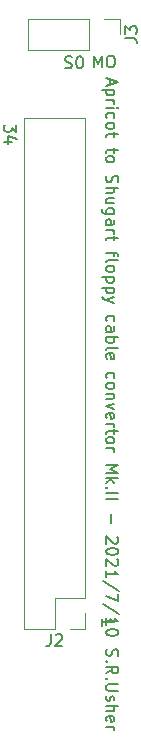
<source format=gbr>
%TF.GenerationSoftware,KiCad,Pcbnew,(5.1.7)-1*%
%TF.CreationDate,2021-07-10T10:13:49+01:00*%
%TF.ProjectId,Apricot-Floppy-Converter,41707269-636f-4742-9d46-6c6f7070792d,rev?*%
%TF.SameCoordinates,Original*%
%TF.FileFunction,Legend,Top*%
%TF.FilePolarity,Positive*%
%FSLAX46Y46*%
G04 Gerber Fmt 4.6, Leading zero omitted, Abs format (unit mm)*
G04 Created by KiCad (PCBNEW (5.1.7)-1) date 2021-07-10 10:13:49*
%MOMM*%
%LPD*%
G01*
G04 APERTURE LIST*
%ADD10C,0.150000*%
%ADD11C,0.120000*%
G04 APERTURE END LIST*
D10*
X141954357Y-81986380D02*
X141954357Y-80986380D01*
X142287690Y-81700666D01*
X142621023Y-80986380D01*
X142621023Y-81986380D01*
X143287690Y-80986380D02*
X143478166Y-80986380D01*
X143573404Y-81034000D01*
X143668642Y-81129238D01*
X143716261Y-81319714D01*
X143716261Y-81653047D01*
X143668642Y-81843523D01*
X143573404Y-81938761D01*
X143478166Y-81986380D01*
X143287690Y-81986380D01*
X143192452Y-81938761D01*
X143097214Y-81843523D01*
X143049595Y-81653047D01*
X143049595Y-81319714D01*
X143097214Y-81129238D01*
X143192452Y-81034000D01*
X143287690Y-80986380D01*
X139509595Y-82002261D02*
X139652452Y-82049880D01*
X139890547Y-82049880D01*
X139985785Y-82002261D01*
X140033404Y-81954642D01*
X140081023Y-81859404D01*
X140081023Y-81764166D01*
X140033404Y-81668928D01*
X139985785Y-81621309D01*
X139890547Y-81573690D01*
X139700071Y-81526071D01*
X139604833Y-81478452D01*
X139557214Y-81430833D01*
X139509595Y-81335595D01*
X139509595Y-81240357D01*
X139557214Y-81145119D01*
X139604833Y-81097500D01*
X139700071Y-81049880D01*
X139938166Y-81049880D01*
X140081023Y-81097500D01*
X140700071Y-81049880D02*
X140795309Y-81049880D01*
X140890547Y-81097500D01*
X140938166Y-81145119D01*
X140985785Y-81240357D01*
X141033404Y-81430833D01*
X141033404Y-81668928D01*
X140985785Y-81859404D01*
X140938166Y-81954642D01*
X140890547Y-82002261D01*
X140795309Y-82049880D01*
X140700071Y-82049880D01*
X140604833Y-82002261D01*
X140557214Y-81954642D01*
X140509595Y-81859404D01*
X140461976Y-81668928D01*
X140461976Y-81430833D01*
X140509595Y-81240357D01*
X140557214Y-81145119D01*
X140604833Y-81097500D01*
X140700071Y-81049880D01*
X143279833Y-82966190D02*
X143279833Y-83442380D01*
X142994119Y-82870952D02*
X143994119Y-83204285D01*
X142994119Y-83537619D01*
X143660785Y-83870952D02*
X142660785Y-83870952D01*
X143613166Y-83870952D02*
X143660785Y-83966190D01*
X143660785Y-84156666D01*
X143613166Y-84251904D01*
X143565547Y-84299523D01*
X143470309Y-84347142D01*
X143184595Y-84347142D01*
X143089357Y-84299523D01*
X143041738Y-84251904D01*
X142994119Y-84156666D01*
X142994119Y-83966190D01*
X143041738Y-83870952D01*
X142994119Y-84775714D02*
X143660785Y-84775714D01*
X143470309Y-84775714D02*
X143565547Y-84823333D01*
X143613166Y-84870952D01*
X143660785Y-84966190D01*
X143660785Y-85061428D01*
X142994119Y-85394761D02*
X143660785Y-85394761D01*
X143994119Y-85394761D02*
X143946500Y-85347142D01*
X143898880Y-85394761D01*
X143946500Y-85442380D01*
X143994119Y-85394761D01*
X143898880Y-85394761D01*
X143041738Y-86299523D02*
X142994119Y-86204285D01*
X142994119Y-86013809D01*
X143041738Y-85918571D01*
X143089357Y-85870952D01*
X143184595Y-85823333D01*
X143470309Y-85823333D01*
X143565547Y-85870952D01*
X143613166Y-85918571D01*
X143660785Y-86013809D01*
X143660785Y-86204285D01*
X143613166Y-86299523D01*
X142994119Y-86870952D02*
X143041738Y-86775714D01*
X143089357Y-86728095D01*
X143184595Y-86680476D01*
X143470309Y-86680476D01*
X143565547Y-86728095D01*
X143613166Y-86775714D01*
X143660785Y-86870952D01*
X143660785Y-87013809D01*
X143613166Y-87109047D01*
X143565547Y-87156666D01*
X143470309Y-87204285D01*
X143184595Y-87204285D01*
X143089357Y-87156666D01*
X143041738Y-87109047D01*
X142994119Y-87013809D01*
X142994119Y-86870952D01*
X143660785Y-87490000D02*
X143660785Y-87870952D01*
X143994119Y-87632857D02*
X143136976Y-87632857D01*
X143041738Y-87680476D01*
X142994119Y-87775714D01*
X142994119Y-87870952D01*
X143660785Y-88823333D02*
X143660785Y-89204285D01*
X143994119Y-88966190D02*
X143136976Y-88966190D01*
X143041738Y-89013809D01*
X142994119Y-89109047D01*
X142994119Y-89204285D01*
X142994119Y-89680476D02*
X143041738Y-89585238D01*
X143089357Y-89537619D01*
X143184595Y-89490000D01*
X143470309Y-89490000D01*
X143565547Y-89537619D01*
X143613166Y-89585238D01*
X143660785Y-89680476D01*
X143660785Y-89823333D01*
X143613166Y-89918571D01*
X143565547Y-89966190D01*
X143470309Y-90013809D01*
X143184595Y-90013809D01*
X143089357Y-89966190D01*
X143041738Y-89918571D01*
X142994119Y-89823333D01*
X142994119Y-89680476D01*
X143041738Y-91156666D02*
X142994119Y-91299523D01*
X142994119Y-91537619D01*
X143041738Y-91632857D01*
X143089357Y-91680476D01*
X143184595Y-91728095D01*
X143279833Y-91728095D01*
X143375071Y-91680476D01*
X143422690Y-91632857D01*
X143470309Y-91537619D01*
X143517928Y-91347142D01*
X143565547Y-91251904D01*
X143613166Y-91204285D01*
X143708404Y-91156666D01*
X143803642Y-91156666D01*
X143898880Y-91204285D01*
X143946500Y-91251904D01*
X143994119Y-91347142D01*
X143994119Y-91585238D01*
X143946500Y-91728095D01*
X142994119Y-92156666D02*
X143994119Y-92156666D01*
X142994119Y-92585238D02*
X143517928Y-92585238D01*
X143613166Y-92537619D01*
X143660785Y-92442380D01*
X143660785Y-92299523D01*
X143613166Y-92204285D01*
X143565547Y-92156666D01*
X143660785Y-93490000D02*
X142994119Y-93490000D01*
X143660785Y-93061428D02*
X143136976Y-93061428D01*
X143041738Y-93109047D01*
X142994119Y-93204285D01*
X142994119Y-93347142D01*
X143041738Y-93442380D01*
X143089357Y-93490000D01*
X143660785Y-94394761D02*
X142851261Y-94394761D01*
X142756023Y-94347142D01*
X142708404Y-94299523D01*
X142660785Y-94204285D01*
X142660785Y-94061428D01*
X142708404Y-93966190D01*
X143041738Y-94394761D02*
X142994119Y-94299523D01*
X142994119Y-94109047D01*
X143041738Y-94013809D01*
X143089357Y-93966190D01*
X143184595Y-93918571D01*
X143470309Y-93918571D01*
X143565547Y-93966190D01*
X143613166Y-94013809D01*
X143660785Y-94109047D01*
X143660785Y-94299523D01*
X143613166Y-94394761D01*
X142994119Y-95299523D02*
X143517928Y-95299523D01*
X143613166Y-95251904D01*
X143660785Y-95156666D01*
X143660785Y-94966190D01*
X143613166Y-94870952D01*
X143041738Y-95299523D02*
X142994119Y-95204285D01*
X142994119Y-94966190D01*
X143041738Y-94870952D01*
X143136976Y-94823333D01*
X143232214Y-94823333D01*
X143327452Y-94870952D01*
X143375071Y-94966190D01*
X143375071Y-95204285D01*
X143422690Y-95299523D01*
X142994119Y-95775714D02*
X143660785Y-95775714D01*
X143470309Y-95775714D02*
X143565547Y-95823333D01*
X143613166Y-95870952D01*
X143660785Y-95966190D01*
X143660785Y-96061428D01*
X143660785Y-96251904D02*
X143660785Y-96632857D01*
X143994119Y-96394761D02*
X143136976Y-96394761D01*
X143041738Y-96442380D01*
X142994119Y-96537619D01*
X142994119Y-96632857D01*
X143660785Y-97585238D02*
X143660785Y-97966190D01*
X142994119Y-97728095D02*
X143851261Y-97728095D01*
X143946500Y-97775714D01*
X143994119Y-97870952D01*
X143994119Y-97966190D01*
X142994119Y-98442380D02*
X143041738Y-98347142D01*
X143136976Y-98299523D01*
X143994119Y-98299523D01*
X142994119Y-98966190D02*
X143041738Y-98870952D01*
X143089357Y-98823333D01*
X143184595Y-98775714D01*
X143470309Y-98775714D01*
X143565547Y-98823333D01*
X143613166Y-98870952D01*
X143660785Y-98966190D01*
X143660785Y-99109047D01*
X143613166Y-99204285D01*
X143565547Y-99251904D01*
X143470309Y-99299523D01*
X143184595Y-99299523D01*
X143089357Y-99251904D01*
X143041738Y-99204285D01*
X142994119Y-99109047D01*
X142994119Y-98966190D01*
X143660785Y-99728095D02*
X142660785Y-99728095D01*
X143613166Y-99728095D02*
X143660785Y-99823333D01*
X143660785Y-100013809D01*
X143613166Y-100109047D01*
X143565547Y-100156666D01*
X143470309Y-100204285D01*
X143184595Y-100204285D01*
X143089357Y-100156666D01*
X143041738Y-100109047D01*
X142994119Y-100013809D01*
X142994119Y-99823333D01*
X143041738Y-99728095D01*
X143660785Y-100632857D02*
X142660785Y-100632857D01*
X143613166Y-100632857D02*
X143660785Y-100728095D01*
X143660785Y-100918571D01*
X143613166Y-101013809D01*
X143565547Y-101061428D01*
X143470309Y-101109047D01*
X143184595Y-101109047D01*
X143089357Y-101061428D01*
X143041738Y-101013809D01*
X142994119Y-100918571D01*
X142994119Y-100728095D01*
X143041738Y-100632857D01*
X143660785Y-101442380D02*
X142994119Y-101680476D01*
X143660785Y-101918571D02*
X142994119Y-101680476D01*
X142756023Y-101585238D01*
X142708404Y-101537619D01*
X142660785Y-101442380D01*
X143041738Y-103490000D02*
X142994119Y-103394761D01*
X142994119Y-103204285D01*
X143041738Y-103109047D01*
X143089357Y-103061428D01*
X143184595Y-103013809D01*
X143470309Y-103013809D01*
X143565547Y-103061428D01*
X143613166Y-103109047D01*
X143660785Y-103204285D01*
X143660785Y-103394761D01*
X143613166Y-103490000D01*
X142994119Y-104347142D02*
X143517928Y-104347142D01*
X143613166Y-104299523D01*
X143660785Y-104204285D01*
X143660785Y-104013809D01*
X143613166Y-103918571D01*
X143041738Y-104347142D02*
X142994119Y-104251904D01*
X142994119Y-104013809D01*
X143041738Y-103918571D01*
X143136976Y-103870952D01*
X143232214Y-103870952D01*
X143327452Y-103918571D01*
X143375071Y-104013809D01*
X143375071Y-104251904D01*
X143422690Y-104347142D01*
X142994119Y-104823333D02*
X143994119Y-104823333D01*
X143613166Y-104823333D02*
X143660785Y-104918571D01*
X143660785Y-105109047D01*
X143613166Y-105204285D01*
X143565547Y-105251904D01*
X143470309Y-105299523D01*
X143184595Y-105299523D01*
X143089357Y-105251904D01*
X143041738Y-105204285D01*
X142994119Y-105109047D01*
X142994119Y-104918571D01*
X143041738Y-104823333D01*
X142994119Y-105870952D02*
X143041738Y-105775714D01*
X143136976Y-105728095D01*
X143994119Y-105728095D01*
X143041738Y-106632857D02*
X142994119Y-106537619D01*
X142994119Y-106347142D01*
X143041738Y-106251904D01*
X143136976Y-106204285D01*
X143517928Y-106204285D01*
X143613166Y-106251904D01*
X143660785Y-106347142D01*
X143660785Y-106537619D01*
X143613166Y-106632857D01*
X143517928Y-106680476D01*
X143422690Y-106680476D01*
X143327452Y-106204285D01*
X143041738Y-108299523D02*
X142994119Y-108204285D01*
X142994119Y-108013809D01*
X143041738Y-107918571D01*
X143089357Y-107870952D01*
X143184595Y-107823333D01*
X143470309Y-107823333D01*
X143565547Y-107870952D01*
X143613166Y-107918571D01*
X143660785Y-108013809D01*
X143660785Y-108204285D01*
X143613166Y-108299523D01*
X142994119Y-108870952D02*
X143041738Y-108775714D01*
X143089357Y-108728095D01*
X143184595Y-108680476D01*
X143470309Y-108680476D01*
X143565547Y-108728095D01*
X143613166Y-108775714D01*
X143660785Y-108870952D01*
X143660785Y-109013809D01*
X143613166Y-109109047D01*
X143565547Y-109156666D01*
X143470309Y-109204285D01*
X143184595Y-109204285D01*
X143089357Y-109156666D01*
X143041738Y-109109047D01*
X142994119Y-109013809D01*
X142994119Y-108870952D01*
X143660785Y-109632857D02*
X142994119Y-109632857D01*
X143565547Y-109632857D02*
X143613166Y-109680476D01*
X143660785Y-109775714D01*
X143660785Y-109918571D01*
X143613166Y-110013809D01*
X143517928Y-110061428D01*
X142994119Y-110061428D01*
X143660785Y-110442380D02*
X142994119Y-110680476D01*
X143660785Y-110918571D01*
X143041738Y-111680476D02*
X142994119Y-111585238D01*
X142994119Y-111394761D01*
X143041738Y-111299523D01*
X143136976Y-111251904D01*
X143517928Y-111251904D01*
X143613166Y-111299523D01*
X143660785Y-111394761D01*
X143660785Y-111585238D01*
X143613166Y-111680476D01*
X143517928Y-111728095D01*
X143422690Y-111728095D01*
X143327452Y-111251904D01*
X142994119Y-112156666D02*
X143660785Y-112156666D01*
X143470309Y-112156666D02*
X143565547Y-112204285D01*
X143613166Y-112251904D01*
X143660785Y-112347142D01*
X143660785Y-112442380D01*
X143660785Y-112632857D02*
X143660785Y-113013809D01*
X143994119Y-112775714D02*
X143136976Y-112775714D01*
X143041738Y-112823333D01*
X142994119Y-112918571D01*
X142994119Y-113013809D01*
X142994119Y-113490000D02*
X143041738Y-113394761D01*
X143089357Y-113347142D01*
X143184595Y-113299523D01*
X143470309Y-113299523D01*
X143565547Y-113347142D01*
X143613166Y-113394761D01*
X143660785Y-113490000D01*
X143660785Y-113632857D01*
X143613166Y-113728095D01*
X143565547Y-113775714D01*
X143470309Y-113823333D01*
X143184595Y-113823333D01*
X143089357Y-113775714D01*
X143041738Y-113728095D01*
X142994119Y-113632857D01*
X142994119Y-113490000D01*
X142994119Y-114251904D02*
X143660785Y-114251904D01*
X143470309Y-114251904D02*
X143565547Y-114299523D01*
X143613166Y-114347142D01*
X143660785Y-114442380D01*
X143660785Y-114537619D01*
X142994119Y-115632857D02*
X143994119Y-115632857D01*
X143279833Y-115966190D01*
X143994119Y-116299523D01*
X142994119Y-116299523D01*
X142994119Y-116775714D02*
X143994119Y-116775714D01*
X143375071Y-116870952D02*
X142994119Y-117156666D01*
X143660785Y-117156666D02*
X143279833Y-116775714D01*
X143089357Y-117585238D02*
X143041738Y-117632857D01*
X142994119Y-117585238D01*
X143041738Y-117537619D01*
X143089357Y-117585238D01*
X142994119Y-117585238D01*
X142994119Y-118061428D02*
X143994119Y-118061428D01*
X142994119Y-118537619D02*
X143994119Y-118537619D01*
X143375071Y-119775714D02*
X143375071Y-120537619D01*
X143898880Y-121728095D02*
X143946500Y-121775714D01*
X143994119Y-121870952D01*
X143994119Y-122109047D01*
X143946500Y-122204285D01*
X143898880Y-122251904D01*
X143803642Y-122299523D01*
X143708404Y-122299523D01*
X143565547Y-122251904D01*
X142994119Y-121680476D01*
X142994119Y-122299523D01*
X143994119Y-122918571D02*
X143994119Y-123013809D01*
X143946500Y-123109047D01*
X143898880Y-123156666D01*
X143803642Y-123204285D01*
X143613166Y-123251904D01*
X143375071Y-123251904D01*
X143184595Y-123204285D01*
X143089357Y-123156666D01*
X143041738Y-123109047D01*
X142994119Y-123013809D01*
X142994119Y-122918571D01*
X143041738Y-122823333D01*
X143089357Y-122775714D01*
X143184595Y-122728095D01*
X143375071Y-122680476D01*
X143613166Y-122680476D01*
X143803642Y-122728095D01*
X143898880Y-122775714D01*
X143946500Y-122823333D01*
X143994119Y-122918571D01*
X143898880Y-123632857D02*
X143946500Y-123680476D01*
X143994119Y-123775714D01*
X143994119Y-124013809D01*
X143946500Y-124109047D01*
X143898880Y-124156666D01*
X143803642Y-124204285D01*
X143708404Y-124204285D01*
X143565547Y-124156666D01*
X142994119Y-123585238D01*
X142994119Y-124204285D01*
X142994119Y-125156666D02*
X142994119Y-124585238D01*
X142994119Y-124870952D02*
X143994119Y-124870952D01*
X143851261Y-124775714D01*
X143756023Y-124680476D01*
X143708404Y-124585238D01*
X144041738Y-126299523D02*
X142756023Y-125442380D01*
X143994119Y-126537619D02*
X143994119Y-127204285D01*
X142994119Y-126775714D01*
X144041738Y-128299523D02*
X142756023Y-127442380D01*
X142994119Y-129156666D02*
X142994119Y-128585238D01*
X142994119Y-128870952D02*
X143994119Y-128870952D01*
X143851261Y-128775714D01*
X143756023Y-128680476D01*
X143708404Y-128585238D01*
X143994119Y-129775714D02*
X143994119Y-129870952D01*
X143946500Y-129966190D01*
X143898880Y-130013809D01*
X143803642Y-130061428D01*
X143613166Y-130109047D01*
X143375071Y-130109047D01*
X143184595Y-130061428D01*
X143089357Y-130013809D01*
X143041738Y-129966190D01*
X142994119Y-129870952D01*
X142994119Y-129775714D01*
X143041738Y-129680476D01*
X143089357Y-129632857D01*
X143184595Y-129585238D01*
X143375071Y-129537619D01*
X143613166Y-129537619D01*
X143803642Y-129585238D01*
X143898880Y-129632857D01*
X143946500Y-129680476D01*
X143994119Y-129775714D01*
X143041738Y-131251904D02*
X142994119Y-131394761D01*
X142994119Y-131632857D01*
X143041738Y-131728095D01*
X143089357Y-131775714D01*
X143184595Y-131823333D01*
X143279833Y-131823333D01*
X143375071Y-131775714D01*
X143422690Y-131728095D01*
X143470309Y-131632857D01*
X143517928Y-131442380D01*
X143565547Y-131347142D01*
X143613166Y-131299523D01*
X143708404Y-131251904D01*
X143803642Y-131251904D01*
X143898880Y-131299523D01*
X143946500Y-131347142D01*
X143994119Y-131442380D01*
X143994119Y-131680476D01*
X143946500Y-131823333D01*
X143089357Y-132251904D02*
X143041738Y-132299523D01*
X142994119Y-132251904D01*
X143041738Y-132204285D01*
X143089357Y-132251904D01*
X142994119Y-132251904D01*
X142994119Y-133299523D02*
X143470309Y-132966190D01*
X142994119Y-132728095D02*
X143994119Y-132728095D01*
X143994119Y-133109047D01*
X143946500Y-133204285D01*
X143898880Y-133251904D01*
X143803642Y-133299523D01*
X143660785Y-133299523D01*
X143565547Y-133251904D01*
X143517928Y-133204285D01*
X143470309Y-133109047D01*
X143470309Y-132728095D01*
X143089357Y-133728095D02*
X143041738Y-133775714D01*
X142994119Y-133728095D01*
X143041738Y-133680476D01*
X143089357Y-133728095D01*
X142994119Y-133728095D01*
X143994119Y-134204285D02*
X143184595Y-134204285D01*
X143089357Y-134251904D01*
X143041738Y-134299523D01*
X142994119Y-134394761D01*
X142994119Y-134585238D01*
X143041738Y-134680476D01*
X143089357Y-134728095D01*
X143184595Y-134775714D01*
X143994119Y-134775714D01*
X143041738Y-135204285D02*
X142994119Y-135299523D01*
X142994119Y-135490000D01*
X143041738Y-135585238D01*
X143136976Y-135632857D01*
X143184595Y-135632857D01*
X143279833Y-135585238D01*
X143327452Y-135490000D01*
X143327452Y-135347142D01*
X143375071Y-135251904D01*
X143470309Y-135204285D01*
X143517928Y-135204285D01*
X143613166Y-135251904D01*
X143660785Y-135347142D01*
X143660785Y-135490000D01*
X143613166Y-135585238D01*
X142994119Y-136061428D02*
X143994119Y-136061428D01*
X142994119Y-136490000D02*
X143517928Y-136490000D01*
X143613166Y-136442380D01*
X143660785Y-136347142D01*
X143660785Y-136204285D01*
X143613166Y-136109047D01*
X143565547Y-136061428D01*
X143041738Y-137347142D02*
X142994119Y-137251904D01*
X142994119Y-137061428D01*
X143041738Y-136966190D01*
X143136976Y-136918571D01*
X143517928Y-136918571D01*
X143613166Y-136966190D01*
X143660785Y-137061428D01*
X143660785Y-137251904D01*
X143613166Y-137347142D01*
X143517928Y-137394761D01*
X143422690Y-137394761D01*
X143327452Y-136918571D01*
X142994119Y-137823333D02*
X143660785Y-137823333D01*
X143470309Y-137823333D02*
X143565547Y-137870952D01*
X143613166Y-137918571D01*
X143660785Y-138013809D01*
X143660785Y-138109047D01*
X135358119Y-86820476D02*
X135358119Y-87439523D01*
X134977166Y-87106190D01*
X134977166Y-87249047D01*
X134929547Y-87344285D01*
X134881928Y-87391904D01*
X134786690Y-87439523D01*
X134548595Y-87439523D01*
X134453357Y-87391904D01*
X134405738Y-87344285D01*
X134358119Y-87249047D01*
X134358119Y-86963333D01*
X134405738Y-86868095D01*
X134453357Y-86820476D01*
X135024785Y-88296666D02*
X134358119Y-88296666D01*
X135405738Y-88058571D02*
X134691452Y-87820476D01*
X134691452Y-88439523D01*
X142613119Y-129254214D02*
X142613119Y-128682785D01*
X142613119Y-128968500D02*
X143613119Y-128968500D01*
X143470261Y-128873261D01*
X143375023Y-128778023D01*
X143327404Y-128682785D01*
D11*
%TO.C,J3*%
X136402000Y-77854500D02*
X136402000Y-80514500D01*
X141542000Y-77854500D02*
X136402000Y-77854500D01*
X141542000Y-80514500D02*
X136402000Y-80514500D01*
X141542000Y-77854500D02*
X141542000Y-80514500D01*
X142812000Y-77854500D02*
X144142000Y-77854500D01*
X144142000Y-77854500D02*
X144142000Y-79184500D01*
%TO.C,J2*%
X141220000Y-86236000D02*
X136020000Y-86236000D01*
X141220000Y-126936000D02*
X141220000Y-86236000D01*
X136020000Y-129536000D02*
X136020000Y-86236000D01*
X141220000Y-126936000D02*
X138620000Y-126936000D01*
X138620000Y-126936000D02*
X138620000Y-129536000D01*
X138620000Y-129536000D02*
X136020000Y-129536000D01*
X141220000Y-128206000D02*
X141220000Y-129536000D01*
X141220000Y-129536000D02*
X139890000Y-129536000D01*
%TO.C,J3*%
D10*
X144594380Y-79517833D02*
X145308666Y-79517833D01*
X145451523Y-79565452D01*
X145546761Y-79660690D01*
X145594380Y-79803547D01*
X145594380Y-79898785D01*
X144594380Y-79136880D02*
X144594380Y-78517833D01*
X144975333Y-78851166D01*
X144975333Y-78708309D01*
X145022952Y-78613071D01*
X145070571Y-78565452D01*
X145165809Y-78517833D01*
X145403904Y-78517833D01*
X145499142Y-78565452D01*
X145546761Y-78613071D01*
X145594380Y-78708309D01*
X145594380Y-78994023D01*
X145546761Y-79089261D01*
X145499142Y-79136880D01*
%TO.C,J2*%
X138286666Y-129988380D02*
X138286666Y-130702666D01*
X138239047Y-130845523D01*
X138143809Y-130940761D01*
X138000952Y-130988380D01*
X137905714Y-130988380D01*
X138715238Y-130083619D02*
X138762857Y-130036000D01*
X138858095Y-129988380D01*
X139096190Y-129988380D01*
X139191428Y-130036000D01*
X139239047Y-130083619D01*
X139286666Y-130178857D01*
X139286666Y-130274095D01*
X139239047Y-130416952D01*
X138667619Y-130988380D01*
X139286666Y-130988380D01*
%TD*%
M02*

</source>
